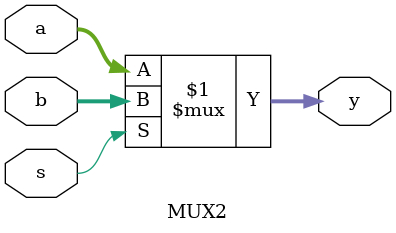
<source format=v>
module MUX2 #(parameter width = 5) (
    input [width-1:0] a, b,
    input s,
    output [width-1:0] y
    );
    
    assign y = s ? b : a;
    
endmodule

</source>
